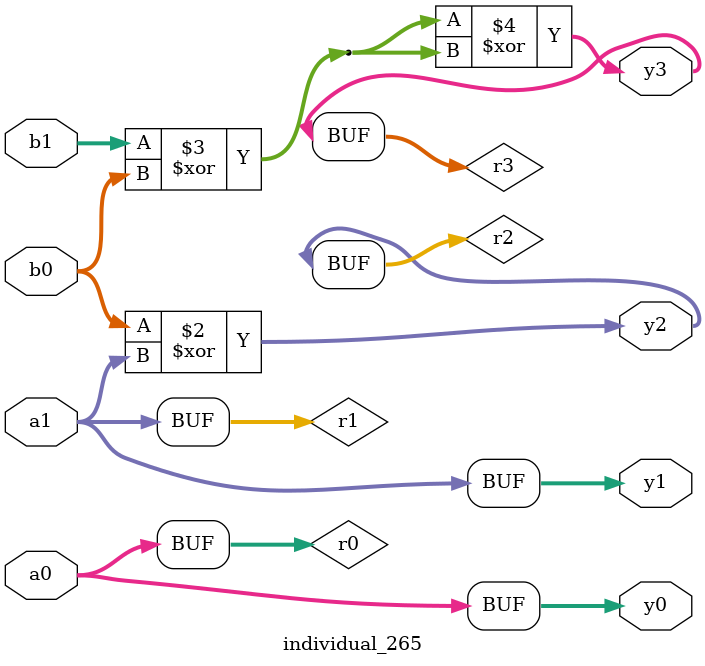
<source format=sv>
module individual_265(input logic [15:0] a1, input logic [15:0] a0, input logic [15:0] b1, input logic [15:0] b0, output logic [15:0] y3, output logic [15:0] y2, output logic [15:0] y1, output logic [15:0] y0);
logic [15:0] r0, r1, r2, r3; 
 always@(*) begin 
	 r0 = a0; r1 = a1; r2 = b0; r3 = b1; 
 	 r2  ^=  a1 ;
 	 r3  ^=  b0 ;
 	 r3  ^=  r3 ;
 	 y3 = r3; y2 = r2; y1 = r1; y0 = r0; 
end
endmodule
</source>
